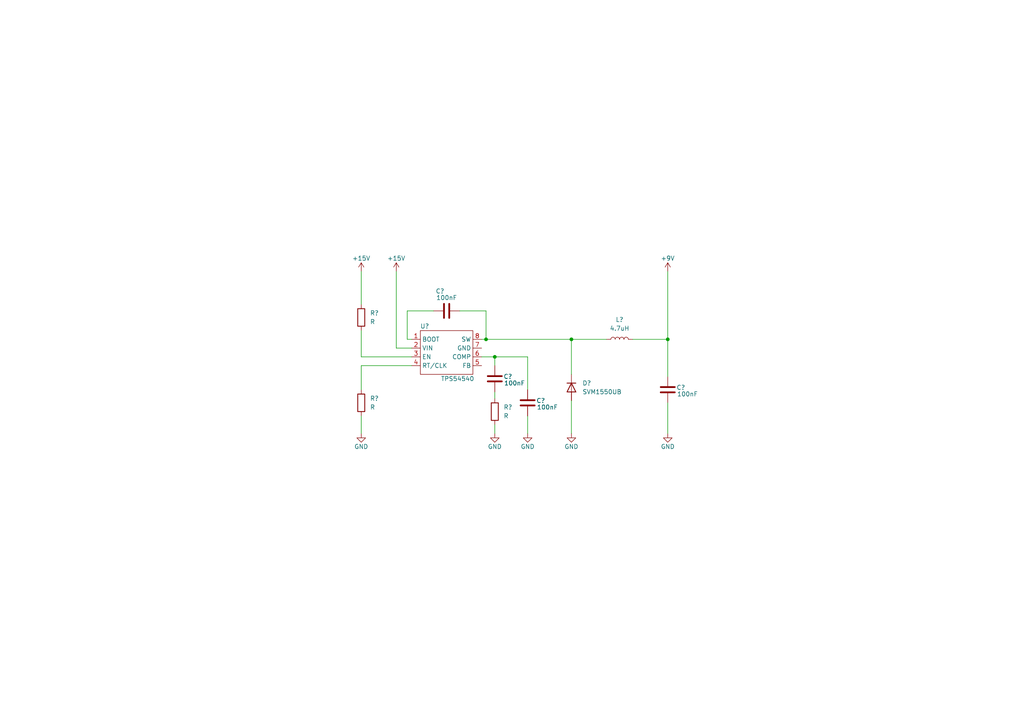
<source format=kicad_sch>
(kicad_sch (version 20211123) (generator eeschema)
  (paper "A4")
  (title_block (title "BLDC Driver 6-Step") (date "2022-03-18") (rev "1.0.1"))
  (lib_symbols
    (symbol "Device:C" (pin_numbers hide) (pin_names (offset 0.254))
      (property "Reference" "C" (at 0.635 2.54 0))
      (property "Value" "C" (at 0.635 -2.54 0))
      (symbol "C_0_1"
        (polyline (pts (xy -2.032 -0.762) (xy 2.032 -0.762)) (stroke (width 0.508)))
        (polyline (pts (xy -2.032 0.762) (xy 2.032 0.762)) (stroke (width 0.508)))
      )
      (symbol "C_1_1"
        (pin passive line (at 0 3.81 270) (length 2.794) (name "~") (number "1"))
        (pin passive line (at 0 -3.81 90) (length 2.794) (name "~") (number "2"))
      )
    )
    (symbol "Device:L" (pin_numbers hide) (pin_names (offset 1.016) hide)
      (property "Reference" "L" (at -1.27 0 90))
      (property "Value" "L" (at 1.905 0 90))
      (symbol "L_0_1"
        (arc (start 0 -2.54) (mid 0.635 -1.905) (end 0 -1.27))
        (arc (start 0 -1.27) (mid 0.635 -0.635) (end 0 0))
        (arc (start 0 0) (mid 0.635 0.635) (end 0 1.27))
        (arc (start 0 1.27) (mid 0.635 1.905) (end 0 2.54))
      )
      (symbol "L_1_1"
        (pin passive line (at 0 3.81 270) (length 1.27) (name "1") (number "1"))
        (pin passive line (at 0 -3.81 90) (length 1.27) (name "2") (number "2"))
      )
    )
    (symbol "Device:R" (pin_numbers hide) (pin_names (offset 0))
      (property "Reference" "R" (at 2.032 0 90))
      (property "Value" "R" (at 0 0 90))
      (symbol "R_0_1"
        (rectangle (start -1.016 -2.54) (end 1.016 2.54) (stroke (width 0.254)))
      )
      (symbol "R_1_1"
        (pin passive line (at 0 3.81 270) (length 1.27) (name "~") (number "1"))
        (pin passive line (at 0 -3.81 90) (length 1.27) (name "~") (number "2"))
      )
    )
    (symbol "Library:SVM1550UB" (pin_numbers hide) (pin_names hide)
      (property "Reference" "D" (at 1.27 2.54 0))
      (property "Value" "SVM1550UB" (at 3.81 -2.54 0))
      (symbol "SVM1550UB_0_1"
        (polyline (pts (xy 2.54 1.27) (xy 2.54 -1.27)) (stroke (width 0.254)))
        (polyline (pts (xy 5.08 0) (xy 2.54 0)))
        (polyline (pts (xy 5.08 1.27) (xy 5.08 -1.27) (xy 2.54 0) (xy 5.08 1.27)) (stroke (width 0.254)))
      )
      (symbol "SVM1550UB_1_1"
        (pin passive line (at 7.62 0 180) (length 2.54) (name "A") (number "1"))
        (pin passive line (at 7.62 0 180) (length 2.54) (name "A") (number "2"))
        (pin passive line (at 0 0 0) (length 2.54) (name "K") (number "3"))
      )
    )
    (symbol "Library:TPS54540"
      (property "Reference" "U" (at 1.27 13.97 0))
      (property "Value" "TPS54540" (at 10.16 -1.27 0))
      (symbol "TPS54540_0_1"
        (rectangle (start 0 12.7) (end 15.24 0))
      )
      (symbol "TPS54540_1_1"
        (pin output line (at -2.54 10.16 0) (length 2.54) (name "BOOT") (number "1"))
        (pin power_in line (at -2.54 7.62 0) (length 2.54) (name "VIN") (number "2"))
        (pin input line (at -2.54 5.08 0) (length 2.54) (name "EN") (number "3"))
        (pin output line (at -2.54 2.54 0) (length 2.54) (name "RT/CLK") (number "4"))
        (pin input line (at 17.78 2.54 180) (length 2.54) (name "FB") (number "5"))
        (pin output line (at 17.78 5.08 180) (length 2.54) (name "COMP") (number "6"))
        (pin power_in line (at 17.78 7.62 180) (length 2.54) (name "GND") (number "7"))
        (pin output line (at 17.78 10.16 180) (length 2.54) (name "SW") (number "8"))
        (pin power_in line (at 17.78 7.62 180) (length 2.54) hide (name "EP") (number "9"))
      )
    )
    (symbol "power:+15V" (power) (pin_names (offset 0))
      (property "Value" "+15V" (at 0 3.556 0))
      (symbol "+15V_0_1"
        (polyline (pts (xy -0.762 1.27) (xy 0 2.54)))
        (polyline (pts (xy 0 0) (xy 0 2.54)))
        (polyline (pts (xy 0 2.54) (xy 0.762 1.27)))
      )
      (symbol "+15V_1_1"
        (pin power_in line (at 0 0 90) (length 0) hide (name "+15V") (number "1"))
      )
    )
    (symbol "power:+9V" (power) (pin_names (offset 0))
      (property "Value" "+9V" (at 0 3.556 0))
      (symbol "+9V_0_1"
        (polyline (pts (xy -0.762 1.27) (xy 0 2.54)))
        (polyline (pts (xy 0 0) (xy 0 2.54)))
        (polyline (pts (xy 0 2.54) (xy 0.762 1.27)))
      )
      (symbol "+9V_1_1"
        (pin power_in line (at 0 0 90) (length 0) hide (name "+9V") (number "1"))
      )
    )
    (symbol "power:GND" (power) (pin_names (offset 0))
      (property "Value" "GND" (at 0 -3.81 0))
      (symbol "GND_0_1"
        (polyline (pts (xy 0 0) (xy 0 -1.27) (xy 1.27 -1.27) (xy 0 -2.54) (xy -1.27 -1.27) (xy 0 -1.27)))
      )
      (symbol "GND_1_1"
        (pin power_in line (at 0 0 270) (length 0) hide (name "GND") (number "1"))
      )
    )
  )
  (junction (at 193.675 98.425))
  (junction (at 140.97 98.425))
  (junction (at 143.51 103.505))
  (junction (at 165.735 98.425))
  (wire (pts (xy 193.675 98.425) (xy 193.675 109.22)))
  (wire (pts (xy 153.035 103.505) (xy 153.035 113.03)))
  (wire (pts (xy 140.97 98.425) (xy 165.735 98.425)))
  (wire (pts (xy 104.775 106.045) (xy 119.38 106.045)))
  (wire (pts (xy 193.675 116.84) (xy 193.675 125.73)))
  (wire (pts (xy 104.775 78.74) (xy 104.775 88.265)))
  (wire (pts (xy 183.515 98.425) (xy 193.675 98.425)))
  (wire (pts (xy 165.735 116.205) (xy 165.735 125.73)))
  (wire (pts (xy 143.51 113.665) (xy 143.51 115.57)))
  (wire (pts (xy 104.775 125.73) (xy 104.775 120.65)))
  (wire (pts (xy 133.35 90.17) (xy 140.97 90.17)))
  (wire (pts (xy 104.775 95.885) (xy 104.775 103.505)))
  (wire (pts (xy 153.035 120.65) (xy 153.035 125.73)))
  (wire (pts (xy 165.735 98.425) (xy 175.895 98.425)))
  (wire (pts (xy 114.935 78.74) (xy 114.935 100.965)))
  (wire (pts (xy 104.775 113.03) (xy 104.775 106.045)))
  (wire (pts (xy 143.51 106.045) (xy 143.51 103.505)))
  (wire (pts (xy 143.51 125.73) (xy 143.51 123.19)))
  (wire (pts (xy 139.7 98.425) (xy 140.97 98.425)))
  (wire (pts (xy 140.97 90.17) (xy 140.97 98.425)))
  (wire (pts (xy 193.675 78.74) (xy 193.675 98.425)))
  (wire (pts (xy 119.38 98.425) (xy 118.11 98.425)))
  (wire (pts (xy 118.11 90.17) (xy 125.73 90.17)))
  (wire (pts (xy 165.735 98.425) (xy 165.735 108.585)))
  (wire (pts (xy 139.7 103.505) (xy 143.51 103.505)))
  (wire (pts (xy 104.775 103.505) (xy 119.38 103.505)))
  (wire (pts (xy 143.51 103.505) (xy 153.035 103.505)))
  (wire (pts (xy 114.935 100.965) (xy 119.38 100.965)))
  (wire (pts (xy 118.11 98.425) (xy 118.11 90.17)))
  (symbol (lib_id "Device:C") (at 129.54 90.17 90) (unit 1)
    (property "Reference" "C?" (at 127.635 84.455 90))
    (property "Value" "100nF" (at 129.54 86.36 90))
  )
  (symbol (lib_id "Device:R") (at 104.775 116.84 0) (unit 1)
    (property "Reference" "R?" (at 107.315 115.5699 0) (effects (justify left)))
    (property "Value" "R" (at 107.315 118.1099 0) (effects (justify left)))
  )
  (symbol (lib_id "power:GND") (at 153.035 125.73 0) (unit 1)
    (property "Reference" "#PWR?" (effects hide))
    (property "Value" "GND" (at 153.035 129.54 0))
  )
  (symbol (lib_id "Device:L") (at 179.705 98.425 90) (unit 1)
    (property "Reference" "L?" (at 179.705 92.71 90))
    (property "Value" "4.7uH" (at 179.705 95.25 90))
  )
  (symbol (lib_id "power:+9V") (at 193.675 78.74 0) (unit 1)
    (property "Reference" "#PWR?" (effects hide))
    (property "Value" "+9V" (at 193.675 74.93 0))
  )
  (symbol (lib_id "power:+15V") (at 104.775 78.74 0) (unit 1)
    (property "Reference" "#PWR?" (effects hide))
    (property "Value" "+15V" (at 104.775 74.93 0))
  )
  (symbol (lib_id "power:+15V") (at 114.935 78.74 0) (unit 1)
    (property "Reference" "#PWR?" (effects hide))
    (property "Value" "+15V" (at 114.935 74.93 0))
  )
  (symbol (lib_id "power:GND") (at 104.775 125.73 0) (unit 1)
    (property "Reference" "#PWR?" (effects hide))
    (property "Value" "GND" (at 104.775 129.54 0))
  )
  (symbol (lib_id "Device:R") (at 104.775 92.075 0) (unit 1)
    (property "Reference" "R?" (at 107.315 90.8049 0) (effects (justify left)))
    (property "Value" "R" (at 107.315 93.3449 0) (effects (justify left)))
  )
  (symbol (lib_id "Device:R") (at 143.51 119.38 0) (unit 1)
    (property "Reference" "R?" (at 146.05 118.1099 0) (effects (justify left)))
    (property "Value" "R" (at 146.05 120.6499 0) (effects (justify left)))
  )
  (symbol (lib_id "Device:C") (at 143.51 109.855 180) (unit 1)
    (property "Reference" "C?" (at 147.32 109.22 0))
    (property "Value" "100nF" (at 149.225 111.125 0))
  )
  (symbol (lib_id "Device:C") (at 193.675 113.03 180) (unit 1)
    (property "Reference" "C?" (at 197.485 112.395 0))
    (property "Value" "100nF" (at 199.39 114.3 0))
  )
  (symbol (lib_id "Library:SVM1550UB") (at 165.735 108.585 270) (unit 1)
    (property "Reference" "D?" (at 168.91 111.1249 90) (effects (justify left)))
    (property "Value" "SVM1550UB" (at 168.91 113.6649 90) (effects (justify left)))
    (property "Footprint" "Package_TO_SOT_SMD:TO-277B" (effects hide))
  )
  (symbol (lib_id "power:GND") (at 143.51 125.73 0) (unit 1)
    (property "Reference" "#PWR?" (effects hide))
    (property "Value" "GND" (at 143.51 129.54 0))
  )
  (symbol (lib_id "Device:C") (at 153.035 116.84 180) (unit 1)
    (property "Reference" "C?" (at 156.845 116.205 0))
    (property "Value" "100nF" (at 158.75 118.11 0))
  )
  (symbol (lib_id "power:GND") (at 165.735 125.73 0) (unit 1)
    (property "Reference" "#PWR?" (effects hide))
    (property "Value" "GND" (at 165.735 129.54 0))
  )
  (symbol (lib_id "power:GND") (at 193.675 125.73 0) (unit 1)
    (property "Reference" "#PWR?" (effects hide))
    (property "Value" "GND" (at 193.675 129.54 0))
  )
  (symbol (lib_id "Library:TPS54540") (at 121.92 108.585 0) (unit 1)
    (property "Reference" "U?" (at 123.19 94.615 0))
    (property "Value" "TPS54540" (at 132.715 109.855 0))
    (property "Footprint" "Package_SO:HSOP-8-1EP_3.9x4.9mm_P1.27mm_EP2.41x3.1mm" (effects hide))
  )
)
</source>
